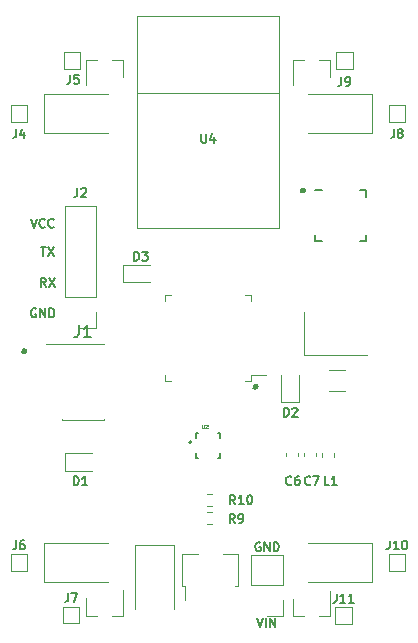
<source format=gbr>
%TF.GenerationSoftware,KiCad,Pcbnew,(5.1.9)-1*%
%TF.CreationDate,2021-04-28T15:16:42-04:00*%
%TF.ProjectId,final_design_v3,66696e61-6c5f-4646-9573-69676e5f7633,rev?*%
%TF.SameCoordinates,Original*%
%TF.FileFunction,Legend,Top*%
%TF.FilePolarity,Positive*%
%FSLAX46Y46*%
G04 Gerber Fmt 4.6, Leading zero omitted, Abs format (unit mm)*
G04 Created by KiCad (PCBNEW (5.1.9)-1) date 2021-04-28 15:16:42*
%MOMM*%
%LPD*%
G01*
G04 APERTURE LIST*
%ADD10C,0.150000*%
%ADD11C,0.500000*%
%ADD12C,0.120000*%
%ADD13C,0.200000*%
%ADD14C,0.127000*%
%ADD15C,0.015000*%
G04 APERTURE END LIST*
D10*
X143178571Y-123189285D02*
X143428571Y-123939285D01*
X143678571Y-123189285D01*
X143928571Y-123939285D02*
X143928571Y-123189285D01*
X144285714Y-123939285D02*
X144285714Y-123189285D01*
X144714285Y-123939285D01*
X144714285Y-123189285D01*
X143428571Y-116825000D02*
X143357142Y-116789285D01*
X143250000Y-116789285D01*
X143142857Y-116825000D01*
X143071428Y-116896428D01*
X143035714Y-116967857D01*
X143000000Y-117110714D01*
X143000000Y-117217857D01*
X143035714Y-117360714D01*
X143071428Y-117432142D01*
X143142857Y-117503571D01*
X143250000Y-117539285D01*
X143321428Y-117539285D01*
X143428571Y-117503571D01*
X143464285Y-117467857D01*
X143464285Y-117217857D01*
X143321428Y-117217857D01*
X143785714Y-117539285D02*
X143785714Y-116789285D01*
X144214285Y-117539285D01*
X144214285Y-116789285D01*
X144571428Y-117539285D02*
X144571428Y-116789285D01*
X144750000Y-116789285D01*
X144857142Y-116825000D01*
X144928571Y-116896428D01*
X144964285Y-116967857D01*
X145000000Y-117110714D01*
X145000000Y-117217857D01*
X144964285Y-117360714D01*
X144928571Y-117432142D01*
X144857142Y-117503571D01*
X144750000Y-117539285D01*
X144571428Y-117539285D01*
X124428571Y-97025000D02*
X124357142Y-96989285D01*
X124250000Y-96989285D01*
X124142857Y-97025000D01*
X124071428Y-97096428D01*
X124035714Y-97167857D01*
X124000000Y-97310714D01*
X124000000Y-97417857D01*
X124035714Y-97560714D01*
X124071428Y-97632142D01*
X124142857Y-97703571D01*
X124250000Y-97739285D01*
X124321428Y-97739285D01*
X124428571Y-97703571D01*
X124464285Y-97667857D01*
X124464285Y-97417857D01*
X124321428Y-97417857D01*
X124785714Y-97739285D02*
X124785714Y-96989285D01*
X125214285Y-97739285D01*
X125214285Y-96989285D01*
X125571428Y-97739285D02*
X125571428Y-96989285D01*
X125750000Y-96989285D01*
X125857142Y-97025000D01*
X125928571Y-97096428D01*
X125964285Y-97167857D01*
X126000000Y-97310714D01*
X126000000Y-97417857D01*
X125964285Y-97560714D01*
X125928571Y-97632142D01*
X125857142Y-97703571D01*
X125750000Y-97739285D01*
X125571428Y-97739285D01*
X124000000Y-89389285D02*
X124250000Y-90139285D01*
X124500000Y-89389285D01*
X125178571Y-90067857D02*
X125142857Y-90103571D01*
X125035714Y-90139285D01*
X124964285Y-90139285D01*
X124857142Y-90103571D01*
X124785714Y-90032142D01*
X124750000Y-89960714D01*
X124714285Y-89817857D01*
X124714285Y-89710714D01*
X124750000Y-89567857D01*
X124785714Y-89496428D01*
X124857142Y-89425000D01*
X124964285Y-89389285D01*
X125035714Y-89389285D01*
X125142857Y-89425000D01*
X125178571Y-89460714D01*
X125928571Y-90067857D02*
X125892857Y-90103571D01*
X125785714Y-90139285D01*
X125714285Y-90139285D01*
X125607142Y-90103571D01*
X125535714Y-90032142D01*
X125500000Y-89960714D01*
X125464285Y-89817857D01*
X125464285Y-89710714D01*
X125500000Y-89567857D01*
X125535714Y-89496428D01*
X125607142Y-89425000D01*
X125714285Y-89389285D01*
X125785714Y-89389285D01*
X125892857Y-89425000D01*
X125928571Y-89460714D01*
X125275000Y-95139285D02*
X125025000Y-94782142D01*
X124846428Y-95139285D02*
X124846428Y-94389285D01*
X125132142Y-94389285D01*
X125203571Y-94425000D01*
X125239285Y-94460714D01*
X125275000Y-94532142D01*
X125275000Y-94639285D01*
X125239285Y-94710714D01*
X125203571Y-94746428D01*
X125132142Y-94782142D01*
X124846428Y-94782142D01*
X125525000Y-94389285D02*
X126025000Y-95139285D01*
X126025000Y-94389285D02*
X125525000Y-95139285D01*
X124828571Y-91789285D02*
X125257142Y-91789285D01*
X125042857Y-92539285D02*
X125042857Y-91789285D01*
X125435714Y-91789285D02*
X125935714Y-92539285D01*
X125935714Y-91789285D02*
X125435714Y-92539285D01*
D11*
X123450000Y-100600000D02*
G75*
G03*
X123450000Y-100600000I-50000J0D01*
G01*
X143050000Y-103600000D02*
G75*
G03*
X143050000Y-103600000I-50000J0D01*
G01*
X147050000Y-87000000D02*
G75*
G03*
X147050000Y-87000000I-50000J0D01*
G01*
D12*
X145000000Y-78400000D02*
X145000000Y-78714600D01*
X145000000Y-72200000D02*
X145000000Y-78600000D01*
X133007100Y-72200000D02*
X145000000Y-72200000D01*
X133007100Y-78714600D02*
X133007100Y-72200000D01*
X133007100Y-78714600D02*
X133007100Y-90195400D01*
X144983200Y-78714600D02*
X133007100Y-78714600D01*
X144983200Y-90195400D02*
X144983200Y-78714600D01*
X133007100Y-90195400D02*
X144983200Y-90195400D01*
%TO.C,J1*%
X126635000Y-99965000D02*
X130165000Y-99965000D01*
X126635000Y-106435000D02*
X130165000Y-106435000D01*
X125310000Y-100030000D02*
X126635000Y-100030000D01*
X126635000Y-99965000D02*
X126635000Y-100030000D01*
X130165000Y-99965000D02*
X130165000Y-100030000D01*
X126635000Y-106370000D02*
X126635000Y-106435000D01*
X130165000Y-106370000D02*
X130165000Y-106435000D01*
%TO.C,C6*%
X145641600Y-109231820D02*
X145641600Y-109512980D01*
X146661600Y-109231820D02*
X146661600Y-109512980D01*
%TO.C,C7*%
X148185600Y-109231820D02*
X148185600Y-109512980D01*
X147165600Y-109231820D02*
X147165600Y-109512980D01*
%TO.C,D1*%
X126861200Y-110717000D02*
X129146200Y-110717000D01*
X126861200Y-109247000D02*
X126861200Y-110717000D01*
X129146200Y-109247000D02*
X126861200Y-109247000D01*
%TO.C,D2*%
X145213400Y-102628800D02*
X145213400Y-104913800D01*
X145213400Y-104913800D02*
X146683400Y-104913800D01*
X146683400Y-104913800D02*
X146683400Y-102628800D01*
%TO.C,D3*%
X131814200Y-94765800D02*
X134099200Y-94765800D01*
X131814200Y-93295800D02*
X131814200Y-94765800D01*
X134099200Y-93295800D02*
X131814200Y-93295800D01*
%TO.C,D5*%
X136150000Y-117000000D02*
X132850000Y-117000000D01*
X132850000Y-117000000D02*
X132850000Y-122400000D01*
X136150000Y-117000000D02*
X136150000Y-122400000D01*
%TO.C,D6*%
X125100000Y-78850000D02*
X125100000Y-82150000D01*
X125100000Y-82150000D02*
X130500000Y-82150000D01*
X125100000Y-78850000D02*
X130500000Y-78850000D01*
%TO.C,D7*%
X125124000Y-116841000D02*
X125124000Y-120141000D01*
X125124000Y-120141000D02*
X130524000Y-120141000D01*
X125124000Y-116841000D02*
X130524000Y-116841000D01*
%TO.C,D8*%
X152900000Y-82150000D02*
X147500000Y-82150000D01*
X152900000Y-78850000D02*
X147500000Y-78850000D01*
X152900000Y-82150000D02*
X152900000Y-78850000D01*
%TO.C,D9*%
X152900000Y-120141000D02*
X147500000Y-120141000D01*
X152900000Y-116841000D02*
X147500000Y-116841000D01*
X152900000Y-120141000D02*
X152900000Y-116841000D01*
%TO.C,J2*%
X129530000Y-98630000D02*
X128200000Y-98630000D01*
X129530000Y-97300000D02*
X129530000Y-98630000D01*
X129530000Y-96030000D02*
X126870000Y-96030000D01*
X126870000Y-96030000D02*
X126870000Y-88350000D01*
X129530000Y-96030000D02*
X129530000Y-88350000D01*
X129530000Y-88350000D02*
X126870000Y-88350000D01*
%TO.C,J3*%
X145330000Y-123030000D02*
X144000000Y-123030000D01*
X145330000Y-121700000D02*
X145330000Y-123030000D01*
X145330000Y-120430000D02*
X142670000Y-120430000D01*
X142670000Y-120430000D02*
X142670000Y-117830000D01*
X145330000Y-120430000D02*
X145330000Y-117830000D01*
X145330000Y-117830000D02*
X142670000Y-117830000D01*
%TO.C,J4*%
X122300000Y-79800000D02*
X123700000Y-79800000D01*
X123700000Y-79800000D02*
X123700000Y-81200000D01*
X123700000Y-81200000D02*
X122300000Y-81200000D01*
X122300000Y-81200000D02*
X122300000Y-79800000D01*
%TO.C,J5*%
X126800000Y-76700000D02*
X126800000Y-75300000D01*
X128200000Y-76700000D02*
X126800000Y-76700000D01*
X128200000Y-75300000D02*
X128200000Y-76700000D01*
X126800000Y-75300000D02*
X128200000Y-75300000D01*
%TO.C,J6*%
X122299500Y-117791000D02*
X123699500Y-117791000D01*
X123699500Y-117791000D02*
X123699500Y-119191000D01*
X123699500Y-119191000D02*
X122299500Y-119191000D01*
X122299500Y-119191000D02*
X122299500Y-117791000D01*
%TO.C,J7*%
X126706400Y-123636000D02*
X126706400Y-122236000D01*
X128106400Y-123636000D02*
X126706400Y-123636000D01*
X128106400Y-122236000D02*
X128106400Y-123636000D01*
X126706400Y-122236000D02*
X128106400Y-122236000D01*
%TO.C,J8*%
X154300000Y-79800000D02*
X155700000Y-79800000D01*
X155700000Y-79800000D02*
X155700000Y-81200000D01*
X155700000Y-81200000D02*
X154300000Y-81200000D01*
X154300000Y-81200000D02*
X154300000Y-79800000D01*
%TO.C,J9*%
X149850000Y-76675000D02*
X149850000Y-75275000D01*
X151250000Y-76675000D02*
X149850000Y-76675000D01*
X151250000Y-75275000D02*
X151250000Y-76675000D01*
X149850000Y-75275000D02*
X151250000Y-75275000D01*
%TO.C,J10*%
X154300000Y-119200000D02*
X154300000Y-117800000D01*
X155700000Y-119200000D02*
X154300000Y-119200000D01*
X155700000Y-117800000D02*
X155700000Y-119200000D01*
X154300000Y-117800000D02*
X155700000Y-117800000D01*
%TO.C,J11*%
X149800000Y-122300000D02*
X151200000Y-122300000D01*
X151200000Y-122300000D02*
X151200000Y-123700000D01*
X151200000Y-123700000D02*
X149800000Y-123700000D01*
X149800000Y-123700000D02*
X149800000Y-122300000D01*
%TO.C,L1*%
X149709600Y-109535179D02*
X149709600Y-109209621D01*
X148689600Y-109535179D02*
X148689600Y-109209621D01*
%TO.C,Q1*%
X131830000Y-75940000D02*
X131830000Y-77400000D01*
X128670000Y-75940000D02*
X128670000Y-78100000D01*
X128670000Y-75940000D02*
X129600000Y-75940000D01*
X131830000Y-75940000D02*
X130900000Y-75940000D01*
%TO.C,Q2*%
X128671200Y-122984800D02*
X128671200Y-121524800D01*
X131831200Y-122984800D02*
X131831200Y-120824800D01*
X131831200Y-122984800D02*
X130901200Y-122984800D01*
X128671200Y-122984800D02*
X129601200Y-122984800D01*
%TO.C,Q3*%
X149355000Y-75915000D02*
X148425000Y-75915000D01*
X146195000Y-75915000D02*
X147125000Y-75915000D01*
X146195000Y-75915000D02*
X146195000Y-78075000D01*
X149355000Y-75915000D02*
X149355000Y-77375000D01*
%TO.C,Q4*%
X146170000Y-123060000D02*
X147100000Y-123060000D01*
X149330000Y-123060000D02*
X148400000Y-123060000D01*
X149330000Y-123060000D02*
X149330000Y-120900000D01*
X146170000Y-123060000D02*
X146170000Y-121600000D01*
%TO.C,R9*%
X139378458Y-115228900D02*
X138903942Y-115228900D01*
X139378458Y-114183900D02*
X138903942Y-114183900D01*
%TO.C,R10*%
X138903942Y-113704900D02*
X139378458Y-113704900D01*
X138903942Y-112659900D02*
X139378458Y-112659900D01*
%TO.C,U1*%
X142610000Y-102660000D02*
X143900000Y-102660000D01*
X142610000Y-103110000D02*
X142610000Y-102660000D01*
X142160000Y-103110000D02*
X142610000Y-103110000D01*
X135390000Y-103110000D02*
X135390000Y-102660000D01*
X135840000Y-103110000D02*
X135390000Y-103110000D01*
X142610000Y-95890000D02*
X142610000Y-96340000D01*
X142160000Y-95890000D02*
X142610000Y-95890000D01*
X135390000Y-95890000D02*
X135390000Y-96340000D01*
X135840000Y-95890000D02*
X135390000Y-95890000D01*
D13*
%TO.C,U2*%
X137600000Y-108300000D02*
G75*
G03*
X137600000Y-108300000I-100000J0D01*
G01*
D14*
X140030000Y-109630000D02*
X140030000Y-109230000D01*
X139850000Y-109630000D02*
X140030000Y-109630000D01*
X140030000Y-107570000D02*
X140030000Y-107970000D01*
X139850000Y-107570000D02*
X140030000Y-107570000D01*
X137970000Y-107570000D02*
X138150000Y-107570000D01*
X137970000Y-107970000D02*
X137970000Y-107570000D01*
X137970000Y-109630000D02*
X137970000Y-109230000D01*
X138150000Y-109630000D02*
X137970000Y-109630000D01*
D12*
%TO.C,U3*%
X141552000Y-120490800D02*
X141322000Y-120490800D01*
X136832000Y-120490800D02*
X137062000Y-120490800D01*
X136832000Y-120490800D02*
X136832000Y-117770800D01*
X136832000Y-117770800D02*
X138142000Y-117770800D01*
X137062000Y-121630800D02*
X137062000Y-120490800D01*
X141552000Y-117770800D02*
X141552000Y-120490800D01*
X140242000Y-117770800D02*
X141552000Y-117770800D01*
D10*
%TO.C,U5*%
X152400000Y-87000000D02*
X151875000Y-87000000D01*
X152400000Y-91300000D02*
X151875000Y-91300000D01*
X148100000Y-91300000D02*
X148625000Y-91300000D01*
X148100000Y-87000000D02*
X148625000Y-87000000D01*
X152400000Y-91300000D02*
X152400000Y-90775000D01*
X148100000Y-91300000D02*
X148100000Y-90775000D01*
X152400000Y-87000000D02*
X152400000Y-87525000D01*
D12*
%TO.C,Y1*%
X150575000Y-103975000D02*
X149225000Y-103975000D01*
X150575000Y-102225000D02*
X149225000Y-102225000D01*
%TO.C,Y2*%
X147150000Y-100950000D02*
X152450000Y-100950000D01*
X147150000Y-97250000D02*
X147150000Y-100950000D01*
%TO.C,J1*%
D10*
X128066666Y-98417380D02*
X128066666Y-99131666D01*
X128019047Y-99274523D01*
X127923809Y-99369761D01*
X127780952Y-99417380D01*
X127685714Y-99417380D01*
X129066666Y-99417380D02*
X128495238Y-99417380D01*
X128780952Y-99417380D02*
X128780952Y-98417380D01*
X128685714Y-98560238D01*
X128590476Y-98655476D01*
X128495238Y-98703095D01*
%TO.C,U4*%
X138428571Y-82189285D02*
X138428571Y-82796428D01*
X138464285Y-82867857D01*
X138500000Y-82903571D01*
X138571428Y-82939285D01*
X138714285Y-82939285D01*
X138785714Y-82903571D01*
X138821428Y-82867857D01*
X138857142Y-82796428D01*
X138857142Y-82189285D01*
X139535714Y-82439285D02*
X139535714Y-82939285D01*
X139357142Y-82153571D02*
X139178571Y-82689285D01*
X139642857Y-82689285D01*
%TO.C,C6*%
X146075000Y-111867857D02*
X146039285Y-111903571D01*
X145932142Y-111939285D01*
X145860714Y-111939285D01*
X145753571Y-111903571D01*
X145682142Y-111832142D01*
X145646428Y-111760714D01*
X145610714Y-111617857D01*
X145610714Y-111510714D01*
X145646428Y-111367857D01*
X145682142Y-111296428D01*
X145753571Y-111225000D01*
X145860714Y-111189285D01*
X145932142Y-111189285D01*
X146039285Y-111225000D01*
X146075000Y-111260714D01*
X146717857Y-111189285D02*
X146575000Y-111189285D01*
X146503571Y-111225000D01*
X146467857Y-111260714D01*
X146396428Y-111367857D01*
X146360714Y-111510714D01*
X146360714Y-111796428D01*
X146396428Y-111867857D01*
X146432142Y-111903571D01*
X146503571Y-111939285D01*
X146646428Y-111939285D01*
X146717857Y-111903571D01*
X146753571Y-111867857D01*
X146789285Y-111796428D01*
X146789285Y-111617857D01*
X146753571Y-111546428D01*
X146717857Y-111510714D01*
X146646428Y-111475000D01*
X146503571Y-111475000D01*
X146432142Y-111510714D01*
X146396428Y-111546428D01*
X146360714Y-111617857D01*
%TO.C,C7*%
X147675000Y-111867857D02*
X147639285Y-111903571D01*
X147532142Y-111939285D01*
X147460714Y-111939285D01*
X147353571Y-111903571D01*
X147282142Y-111832142D01*
X147246428Y-111760714D01*
X147210714Y-111617857D01*
X147210714Y-111510714D01*
X147246428Y-111367857D01*
X147282142Y-111296428D01*
X147353571Y-111225000D01*
X147460714Y-111189285D01*
X147532142Y-111189285D01*
X147639285Y-111225000D01*
X147675000Y-111260714D01*
X147925000Y-111189285D02*
X148425000Y-111189285D01*
X148103571Y-111939285D01*
%TO.C,D1*%
X127646428Y-111939285D02*
X127646428Y-111189285D01*
X127825000Y-111189285D01*
X127932142Y-111225000D01*
X128003571Y-111296428D01*
X128039285Y-111367857D01*
X128075000Y-111510714D01*
X128075000Y-111617857D01*
X128039285Y-111760714D01*
X128003571Y-111832142D01*
X127932142Y-111903571D01*
X127825000Y-111939285D01*
X127646428Y-111939285D01*
X128789285Y-111939285D02*
X128360714Y-111939285D01*
X128575000Y-111939285D02*
X128575000Y-111189285D01*
X128503571Y-111296428D01*
X128432142Y-111367857D01*
X128360714Y-111403571D01*
%TO.C,D2*%
X145446428Y-106139285D02*
X145446428Y-105389285D01*
X145625000Y-105389285D01*
X145732142Y-105425000D01*
X145803571Y-105496428D01*
X145839285Y-105567857D01*
X145875000Y-105710714D01*
X145875000Y-105817857D01*
X145839285Y-105960714D01*
X145803571Y-106032142D01*
X145732142Y-106103571D01*
X145625000Y-106139285D01*
X145446428Y-106139285D01*
X146160714Y-105460714D02*
X146196428Y-105425000D01*
X146267857Y-105389285D01*
X146446428Y-105389285D01*
X146517857Y-105425000D01*
X146553571Y-105460714D01*
X146589285Y-105532142D01*
X146589285Y-105603571D01*
X146553571Y-105710714D01*
X146125000Y-106139285D01*
X146589285Y-106139285D01*
%TO.C,D3*%
X132745628Y-92940085D02*
X132745628Y-92190085D01*
X132924200Y-92190085D01*
X133031342Y-92225800D01*
X133102771Y-92297228D01*
X133138485Y-92368657D01*
X133174200Y-92511514D01*
X133174200Y-92618657D01*
X133138485Y-92761514D01*
X133102771Y-92832942D01*
X133031342Y-92904371D01*
X132924200Y-92940085D01*
X132745628Y-92940085D01*
X133424200Y-92190085D02*
X133888485Y-92190085D01*
X133638485Y-92475800D01*
X133745628Y-92475800D01*
X133817057Y-92511514D01*
X133852771Y-92547228D01*
X133888485Y-92618657D01*
X133888485Y-92797228D01*
X133852771Y-92868657D01*
X133817057Y-92904371D01*
X133745628Y-92940085D01*
X133531342Y-92940085D01*
X133459914Y-92904371D01*
X133424200Y-92868657D01*
%TO.C,J2*%
X127950000Y-86789285D02*
X127950000Y-87325000D01*
X127914285Y-87432142D01*
X127842857Y-87503571D01*
X127735714Y-87539285D01*
X127664285Y-87539285D01*
X128271428Y-86860714D02*
X128307142Y-86825000D01*
X128378571Y-86789285D01*
X128557142Y-86789285D01*
X128628571Y-86825000D01*
X128664285Y-86860714D01*
X128700000Y-86932142D01*
X128700000Y-87003571D01*
X128664285Y-87110714D01*
X128235714Y-87539285D01*
X128700000Y-87539285D01*
%TO.C,J4*%
X122750000Y-81789285D02*
X122750000Y-82325000D01*
X122714285Y-82432142D01*
X122642857Y-82503571D01*
X122535714Y-82539285D01*
X122464285Y-82539285D01*
X123428571Y-82039285D02*
X123428571Y-82539285D01*
X123250000Y-81753571D02*
X123071428Y-82289285D01*
X123535714Y-82289285D01*
%TO.C,J5*%
X127334200Y-77211685D02*
X127334200Y-77747400D01*
X127298485Y-77854542D01*
X127227057Y-77925971D01*
X127119914Y-77961685D01*
X127048485Y-77961685D01*
X128048485Y-77211685D02*
X127691342Y-77211685D01*
X127655628Y-77568828D01*
X127691342Y-77533114D01*
X127762771Y-77497400D01*
X127941342Y-77497400D01*
X128012771Y-77533114D01*
X128048485Y-77568828D01*
X128084200Y-77640257D01*
X128084200Y-77818828D01*
X128048485Y-77890257D01*
X128012771Y-77925971D01*
X127941342Y-77961685D01*
X127762771Y-77961685D01*
X127691342Y-77925971D01*
X127655628Y-77890257D01*
%TO.C,J6*%
X122749500Y-116632285D02*
X122749500Y-117168000D01*
X122713785Y-117275142D01*
X122642357Y-117346571D01*
X122535214Y-117382285D01*
X122463785Y-117382285D01*
X123428071Y-116632285D02*
X123285214Y-116632285D01*
X123213785Y-116668000D01*
X123178071Y-116703714D01*
X123106642Y-116810857D01*
X123070928Y-116953714D01*
X123070928Y-117239428D01*
X123106642Y-117310857D01*
X123142357Y-117346571D01*
X123213785Y-117382285D01*
X123356642Y-117382285D01*
X123428071Y-117346571D01*
X123463785Y-117310857D01*
X123499500Y-117239428D01*
X123499500Y-117060857D01*
X123463785Y-116989428D01*
X123428071Y-116953714D01*
X123356642Y-116918000D01*
X123213785Y-116918000D01*
X123142357Y-116953714D01*
X123106642Y-116989428D01*
X123070928Y-117060857D01*
%TO.C,J7*%
X127156400Y-121077285D02*
X127156400Y-121613000D01*
X127120685Y-121720142D01*
X127049257Y-121791571D01*
X126942114Y-121827285D01*
X126870685Y-121827285D01*
X127442114Y-121077285D02*
X127942114Y-121077285D01*
X127620685Y-121827285D01*
%TO.C,J8*%
X154750000Y-81789285D02*
X154750000Y-82325000D01*
X154714285Y-82432142D01*
X154642857Y-82503571D01*
X154535714Y-82539285D01*
X154464285Y-82539285D01*
X155214285Y-82110714D02*
X155142857Y-82075000D01*
X155107142Y-82039285D01*
X155071428Y-81967857D01*
X155071428Y-81932142D01*
X155107142Y-81860714D01*
X155142857Y-81825000D01*
X155214285Y-81789285D01*
X155357142Y-81789285D01*
X155428571Y-81825000D01*
X155464285Y-81860714D01*
X155500000Y-81932142D01*
X155500000Y-81967857D01*
X155464285Y-82039285D01*
X155428571Y-82075000D01*
X155357142Y-82110714D01*
X155214285Y-82110714D01*
X155142857Y-82146428D01*
X155107142Y-82182142D01*
X155071428Y-82253571D01*
X155071428Y-82396428D01*
X155107142Y-82467857D01*
X155142857Y-82503571D01*
X155214285Y-82539285D01*
X155357142Y-82539285D01*
X155428571Y-82503571D01*
X155464285Y-82467857D01*
X155500000Y-82396428D01*
X155500000Y-82253571D01*
X155464285Y-82182142D01*
X155428571Y-82146428D01*
X155357142Y-82110714D01*
%TO.C,J9*%
X150300000Y-77389285D02*
X150300000Y-77925000D01*
X150264285Y-78032142D01*
X150192857Y-78103571D01*
X150085714Y-78139285D01*
X150014285Y-78139285D01*
X150692857Y-78139285D02*
X150835714Y-78139285D01*
X150907142Y-78103571D01*
X150942857Y-78067857D01*
X151014285Y-77960714D01*
X151050000Y-77817857D01*
X151050000Y-77532142D01*
X151014285Y-77460714D01*
X150978571Y-77425000D01*
X150907142Y-77389285D01*
X150764285Y-77389285D01*
X150692857Y-77425000D01*
X150657142Y-77460714D01*
X150621428Y-77532142D01*
X150621428Y-77710714D01*
X150657142Y-77782142D01*
X150692857Y-77817857D01*
X150764285Y-77853571D01*
X150907142Y-77853571D01*
X150978571Y-77817857D01*
X151014285Y-77782142D01*
X151050000Y-77710714D01*
%TO.C,J10*%
X154392857Y-116641285D02*
X154392857Y-117177000D01*
X154357142Y-117284142D01*
X154285714Y-117355571D01*
X154178571Y-117391285D01*
X154107142Y-117391285D01*
X155142857Y-117391285D02*
X154714285Y-117391285D01*
X154928571Y-117391285D02*
X154928571Y-116641285D01*
X154857142Y-116748428D01*
X154785714Y-116819857D01*
X154714285Y-116855571D01*
X155607142Y-116641285D02*
X155678571Y-116641285D01*
X155750000Y-116677000D01*
X155785714Y-116712714D01*
X155821428Y-116784142D01*
X155857142Y-116927000D01*
X155857142Y-117105571D01*
X155821428Y-117248428D01*
X155785714Y-117319857D01*
X155750000Y-117355571D01*
X155678571Y-117391285D01*
X155607142Y-117391285D01*
X155535714Y-117355571D01*
X155500000Y-117319857D01*
X155464285Y-117248428D01*
X155428571Y-117105571D01*
X155428571Y-116927000D01*
X155464285Y-116784142D01*
X155500000Y-116712714D01*
X155535714Y-116677000D01*
X155607142Y-116641285D01*
%TO.C,J11*%
X149892857Y-121141285D02*
X149892857Y-121677000D01*
X149857142Y-121784142D01*
X149785714Y-121855571D01*
X149678571Y-121891285D01*
X149607142Y-121891285D01*
X150642857Y-121891285D02*
X150214285Y-121891285D01*
X150428571Y-121891285D02*
X150428571Y-121141285D01*
X150357142Y-121248428D01*
X150285714Y-121319857D01*
X150214285Y-121355571D01*
X151357142Y-121891285D02*
X150928571Y-121891285D01*
X151142857Y-121891285D02*
X151142857Y-121141285D01*
X151071428Y-121248428D01*
X151000000Y-121319857D01*
X150928571Y-121355571D01*
%TO.C,L1*%
X149275000Y-111939285D02*
X148917857Y-111939285D01*
X148917857Y-111189285D01*
X149917857Y-111939285D02*
X149489285Y-111939285D01*
X149703571Y-111939285D02*
X149703571Y-111189285D01*
X149632142Y-111296428D01*
X149560714Y-111367857D01*
X149489285Y-111403571D01*
%TO.C,R9*%
X141275000Y-115139285D02*
X141025000Y-114782142D01*
X140846428Y-115139285D02*
X140846428Y-114389285D01*
X141132142Y-114389285D01*
X141203571Y-114425000D01*
X141239285Y-114460714D01*
X141275000Y-114532142D01*
X141275000Y-114639285D01*
X141239285Y-114710714D01*
X141203571Y-114746428D01*
X141132142Y-114782142D01*
X140846428Y-114782142D01*
X141632142Y-115139285D02*
X141775000Y-115139285D01*
X141846428Y-115103571D01*
X141882142Y-115067857D01*
X141953571Y-114960714D01*
X141989285Y-114817857D01*
X141989285Y-114532142D01*
X141953571Y-114460714D01*
X141917857Y-114425000D01*
X141846428Y-114389285D01*
X141703571Y-114389285D01*
X141632142Y-114425000D01*
X141596428Y-114460714D01*
X141560714Y-114532142D01*
X141560714Y-114710714D01*
X141596428Y-114782142D01*
X141632142Y-114817857D01*
X141703571Y-114853571D01*
X141846428Y-114853571D01*
X141917857Y-114817857D01*
X141953571Y-114782142D01*
X141989285Y-114710714D01*
%TO.C,R10*%
X141317857Y-113539285D02*
X141067857Y-113182142D01*
X140889285Y-113539285D02*
X140889285Y-112789285D01*
X141175000Y-112789285D01*
X141246428Y-112825000D01*
X141282142Y-112860714D01*
X141317857Y-112932142D01*
X141317857Y-113039285D01*
X141282142Y-113110714D01*
X141246428Y-113146428D01*
X141175000Y-113182142D01*
X140889285Y-113182142D01*
X142032142Y-113539285D02*
X141603571Y-113539285D01*
X141817857Y-113539285D02*
X141817857Y-112789285D01*
X141746428Y-112896428D01*
X141675000Y-112967857D01*
X141603571Y-113003571D01*
X142496428Y-112789285D02*
X142567857Y-112789285D01*
X142639285Y-112825000D01*
X142675000Y-112860714D01*
X142710714Y-112932142D01*
X142746428Y-113075000D01*
X142746428Y-113253571D01*
X142710714Y-113396428D01*
X142675000Y-113467857D01*
X142639285Y-113503571D01*
X142567857Y-113539285D01*
X142496428Y-113539285D01*
X142425000Y-113503571D01*
X142389285Y-113467857D01*
X142353571Y-113396428D01*
X142317857Y-113253571D01*
X142317857Y-113075000D01*
X142353571Y-112932142D01*
X142389285Y-112860714D01*
X142425000Y-112825000D01*
X142496428Y-112789285D01*
%TO.C,U2*%
D15*
X138471476Y-106819148D02*
X138471476Y-107078547D01*
X138486735Y-107109064D01*
X138501994Y-107124323D01*
X138532511Y-107139582D01*
X138593546Y-107139582D01*
X138624064Y-107124323D01*
X138639323Y-107109064D01*
X138654581Y-107078547D01*
X138654581Y-106819148D01*
X138791910Y-106849665D02*
X138807169Y-106834407D01*
X138837687Y-106819148D01*
X138913980Y-106819148D01*
X138944498Y-106834407D01*
X138959757Y-106849665D01*
X138975015Y-106880183D01*
X138975015Y-106910700D01*
X138959757Y-106956477D01*
X138776652Y-107139582D01*
X138975015Y-107139582D01*
%TD*%
M02*

</source>
